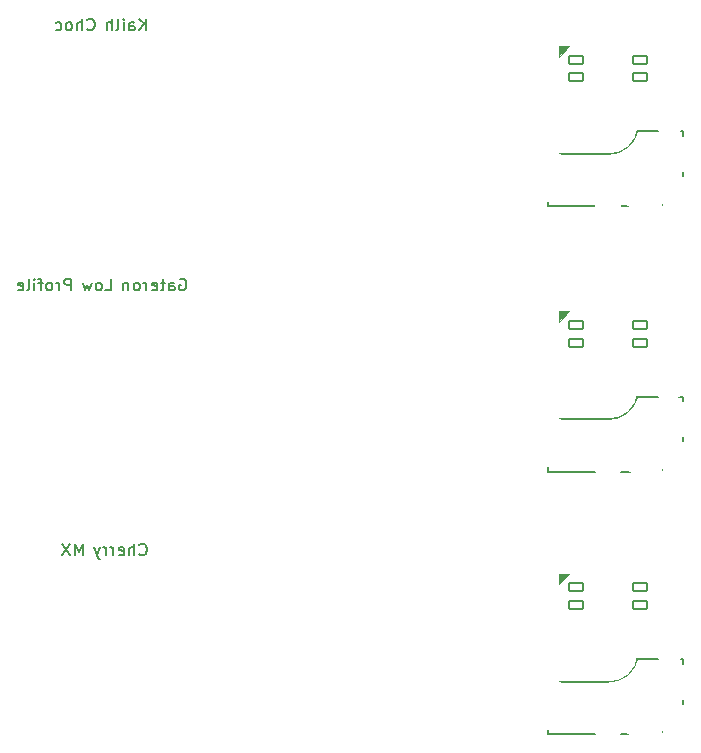
<source format=gbo>
G04 #@! TF.GenerationSoftware,KiCad,Pcbnew,(7.0.0)*
G04 #@! TF.CreationDate,2023-09-22T15:52:12-05:00*
G04 #@! TF.ProjectId,stab_tester,73746162-5f74-4657-9374-65722e6b6963,rev?*
G04 #@! TF.SameCoordinates,Original*
G04 #@! TF.FileFunction,Legend,Bot*
G04 #@! TF.FilePolarity,Positive*
%FSLAX46Y46*%
G04 Gerber Fmt 4.6, Leading zero omitted, Abs format (unit mm)*
G04 Created by KiCad (PCBNEW (7.0.0)) date 2023-09-22 15:52:12*
%MOMM*%
%LPD*%
G01*
G04 APERTURE LIST*
G04 Aperture macros list*
%AMRoundRect*
0 Rectangle with rounded corners*
0 $1 Rounding radius*
0 $2 $3 $4 $5 $6 $7 $8 $9 X,Y pos of 4 corners*
0 Add a 4 corners polygon primitive as box body*
4,1,4,$2,$3,$4,$5,$6,$7,$8,$9,$2,$3,0*
0 Add four circle primitives for the rounded corners*
1,1,$1+$1,$2,$3*
1,1,$1+$1,$4,$5*
1,1,$1+$1,$6,$7*
1,1,$1+$1,$8,$9*
0 Add four rect primitives between the rounded corners*
20,1,$1+$1,$2,$3,$4,$5,0*
20,1,$1+$1,$4,$5,$6,$7,0*
20,1,$1+$1,$6,$7,$8,$9,0*
20,1,$1+$1,$8,$9,$2,$3,0*%
G04 Aperture macros list end*
%ADD10C,0.150000*%
%ADD11C,0.100000*%
%ADD12C,1.000000*%
%ADD13C,1.701800*%
%ADD14C,3.000000*%
%ADD15C,5.000000*%
%ADD16C,0.990600*%
%ADD17R,2.600000X2.600000*%
%ADD18R,2.550000X2.500000*%
%ADD19RoundRect,0.082000X0.618000X-0.328000X0.618000X0.328000X-0.618000X0.328000X-0.618000X-0.328000X0*%
%ADD20C,3.400000*%
G04 APERTURE END LIST*
D10*
X79359226Y-94143392D02*
X79406845Y-94191011D01*
X79406845Y-94191011D02*
X79549702Y-94238630D01*
X79549702Y-94238630D02*
X79644940Y-94238630D01*
X79644940Y-94238630D02*
X79787797Y-94191011D01*
X79787797Y-94191011D02*
X79883035Y-94095773D01*
X79883035Y-94095773D02*
X79930654Y-94000535D01*
X79930654Y-94000535D02*
X79978273Y-93810059D01*
X79978273Y-93810059D02*
X79978273Y-93667202D01*
X79978273Y-93667202D02*
X79930654Y-93476726D01*
X79930654Y-93476726D02*
X79883035Y-93381488D01*
X79883035Y-93381488D02*
X79787797Y-93286250D01*
X79787797Y-93286250D02*
X79644940Y-93238630D01*
X79644940Y-93238630D02*
X79549702Y-93238630D01*
X79549702Y-93238630D02*
X79406845Y-93286250D01*
X79406845Y-93286250D02*
X79359226Y-93333869D01*
X78930654Y-94238630D02*
X78930654Y-93238630D01*
X78502083Y-94238630D02*
X78502083Y-93714821D01*
X78502083Y-93714821D02*
X78549702Y-93619583D01*
X78549702Y-93619583D02*
X78644940Y-93571964D01*
X78644940Y-93571964D02*
X78787797Y-93571964D01*
X78787797Y-93571964D02*
X78883035Y-93619583D01*
X78883035Y-93619583D02*
X78930654Y-93667202D01*
X77644940Y-94191011D02*
X77740178Y-94238630D01*
X77740178Y-94238630D02*
X77930654Y-94238630D01*
X77930654Y-94238630D02*
X78025892Y-94191011D01*
X78025892Y-94191011D02*
X78073511Y-94095773D01*
X78073511Y-94095773D02*
X78073511Y-93714821D01*
X78073511Y-93714821D02*
X78025892Y-93619583D01*
X78025892Y-93619583D02*
X77930654Y-93571964D01*
X77930654Y-93571964D02*
X77740178Y-93571964D01*
X77740178Y-93571964D02*
X77644940Y-93619583D01*
X77644940Y-93619583D02*
X77597321Y-93714821D01*
X77597321Y-93714821D02*
X77597321Y-93810059D01*
X77597321Y-93810059D02*
X78073511Y-93905297D01*
X77168749Y-94238630D02*
X77168749Y-93571964D01*
X77168749Y-93762440D02*
X77121130Y-93667202D01*
X77121130Y-93667202D02*
X77073511Y-93619583D01*
X77073511Y-93619583D02*
X76978273Y-93571964D01*
X76978273Y-93571964D02*
X76883035Y-93571964D01*
X76549701Y-94238630D02*
X76549701Y-93571964D01*
X76549701Y-93762440D02*
X76502082Y-93667202D01*
X76502082Y-93667202D02*
X76454463Y-93619583D01*
X76454463Y-93619583D02*
X76359225Y-93571964D01*
X76359225Y-93571964D02*
X76263987Y-93571964D01*
X76025891Y-93571964D02*
X75787796Y-94238630D01*
X75549701Y-93571964D02*
X75787796Y-94238630D01*
X75787796Y-94238630D02*
X75883034Y-94476726D01*
X75883034Y-94476726D02*
X75930653Y-94524345D01*
X75930653Y-94524345D02*
X76025891Y-94571964D01*
X74568748Y-94238630D02*
X74568748Y-93238630D01*
X74568748Y-93238630D02*
X74235415Y-93952916D01*
X74235415Y-93952916D02*
X73902082Y-93238630D01*
X73902082Y-93238630D02*
X73902082Y-94238630D01*
X73521129Y-93238630D02*
X72854463Y-94238630D01*
X72854463Y-93238630D02*
X73521129Y-94238630D01*
X79930654Y-49788630D02*
X79930654Y-48788630D01*
X79359226Y-49788630D02*
X79787797Y-49217202D01*
X79359226Y-48788630D02*
X79930654Y-49360059D01*
X78502083Y-49788630D02*
X78502083Y-49264821D01*
X78502083Y-49264821D02*
X78549702Y-49169583D01*
X78549702Y-49169583D02*
X78644940Y-49121964D01*
X78644940Y-49121964D02*
X78835416Y-49121964D01*
X78835416Y-49121964D02*
X78930654Y-49169583D01*
X78502083Y-49741011D02*
X78597321Y-49788630D01*
X78597321Y-49788630D02*
X78835416Y-49788630D01*
X78835416Y-49788630D02*
X78930654Y-49741011D01*
X78930654Y-49741011D02*
X78978273Y-49645773D01*
X78978273Y-49645773D02*
X78978273Y-49550535D01*
X78978273Y-49550535D02*
X78930654Y-49455297D01*
X78930654Y-49455297D02*
X78835416Y-49407678D01*
X78835416Y-49407678D02*
X78597321Y-49407678D01*
X78597321Y-49407678D02*
X78502083Y-49360059D01*
X78025892Y-49788630D02*
X78025892Y-49121964D01*
X78025892Y-48788630D02*
X78073511Y-48836250D01*
X78073511Y-48836250D02*
X78025892Y-48883869D01*
X78025892Y-48883869D02*
X77978273Y-48836250D01*
X77978273Y-48836250D02*
X78025892Y-48788630D01*
X78025892Y-48788630D02*
X78025892Y-48883869D01*
X77406845Y-49788630D02*
X77502083Y-49741011D01*
X77502083Y-49741011D02*
X77549702Y-49645773D01*
X77549702Y-49645773D02*
X77549702Y-48788630D01*
X77025892Y-49788630D02*
X77025892Y-48788630D01*
X76597321Y-49788630D02*
X76597321Y-49264821D01*
X76597321Y-49264821D02*
X76644940Y-49169583D01*
X76644940Y-49169583D02*
X76740178Y-49121964D01*
X76740178Y-49121964D02*
X76883035Y-49121964D01*
X76883035Y-49121964D02*
X76978273Y-49169583D01*
X76978273Y-49169583D02*
X77025892Y-49217202D01*
X74949702Y-49693392D02*
X74997321Y-49741011D01*
X74997321Y-49741011D02*
X75140178Y-49788630D01*
X75140178Y-49788630D02*
X75235416Y-49788630D01*
X75235416Y-49788630D02*
X75378273Y-49741011D01*
X75378273Y-49741011D02*
X75473511Y-49645773D01*
X75473511Y-49645773D02*
X75521130Y-49550535D01*
X75521130Y-49550535D02*
X75568749Y-49360059D01*
X75568749Y-49360059D02*
X75568749Y-49217202D01*
X75568749Y-49217202D02*
X75521130Y-49026726D01*
X75521130Y-49026726D02*
X75473511Y-48931488D01*
X75473511Y-48931488D02*
X75378273Y-48836250D01*
X75378273Y-48836250D02*
X75235416Y-48788630D01*
X75235416Y-48788630D02*
X75140178Y-48788630D01*
X75140178Y-48788630D02*
X74997321Y-48836250D01*
X74997321Y-48836250D02*
X74949702Y-48883869D01*
X74521130Y-49788630D02*
X74521130Y-48788630D01*
X74092559Y-49788630D02*
X74092559Y-49264821D01*
X74092559Y-49264821D02*
X74140178Y-49169583D01*
X74140178Y-49169583D02*
X74235416Y-49121964D01*
X74235416Y-49121964D02*
X74378273Y-49121964D01*
X74378273Y-49121964D02*
X74473511Y-49169583D01*
X74473511Y-49169583D02*
X74521130Y-49217202D01*
X73473511Y-49788630D02*
X73568749Y-49741011D01*
X73568749Y-49741011D02*
X73616368Y-49693392D01*
X73616368Y-49693392D02*
X73663987Y-49598154D01*
X73663987Y-49598154D02*
X73663987Y-49312440D01*
X73663987Y-49312440D02*
X73616368Y-49217202D01*
X73616368Y-49217202D02*
X73568749Y-49169583D01*
X73568749Y-49169583D02*
X73473511Y-49121964D01*
X73473511Y-49121964D02*
X73330654Y-49121964D01*
X73330654Y-49121964D02*
X73235416Y-49169583D01*
X73235416Y-49169583D02*
X73187797Y-49217202D01*
X73187797Y-49217202D02*
X73140178Y-49312440D01*
X73140178Y-49312440D02*
X73140178Y-49598154D01*
X73140178Y-49598154D02*
X73187797Y-49693392D01*
X73187797Y-49693392D02*
X73235416Y-49741011D01*
X73235416Y-49741011D02*
X73330654Y-49788630D01*
X73330654Y-49788630D02*
X73473511Y-49788630D01*
X72283035Y-49741011D02*
X72378273Y-49788630D01*
X72378273Y-49788630D02*
X72568749Y-49788630D01*
X72568749Y-49788630D02*
X72663987Y-49741011D01*
X72663987Y-49741011D02*
X72711606Y-49693392D01*
X72711606Y-49693392D02*
X72759225Y-49598154D01*
X72759225Y-49598154D02*
X72759225Y-49312440D01*
X72759225Y-49312440D02*
X72711606Y-49217202D01*
X72711606Y-49217202D02*
X72663987Y-49169583D01*
X72663987Y-49169583D02*
X72568749Y-49121964D01*
X72568749Y-49121964D02*
X72378273Y-49121964D01*
X72378273Y-49121964D02*
X72283035Y-49169583D01*
X82776191Y-70852500D02*
X82871429Y-70804880D01*
X82871429Y-70804880D02*
X83014286Y-70804880D01*
X83014286Y-70804880D02*
X83157143Y-70852500D01*
X83157143Y-70852500D02*
X83252381Y-70947738D01*
X83252381Y-70947738D02*
X83300000Y-71042976D01*
X83300000Y-71042976D02*
X83347619Y-71233452D01*
X83347619Y-71233452D02*
X83347619Y-71376309D01*
X83347619Y-71376309D02*
X83300000Y-71566785D01*
X83300000Y-71566785D02*
X83252381Y-71662023D01*
X83252381Y-71662023D02*
X83157143Y-71757261D01*
X83157143Y-71757261D02*
X83014286Y-71804880D01*
X83014286Y-71804880D02*
X82919048Y-71804880D01*
X82919048Y-71804880D02*
X82776191Y-71757261D01*
X82776191Y-71757261D02*
X82728572Y-71709642D01*
X82728572Y-71709642D02*
X82728572Y-71376309D01*
X82728572Y-71376309D02*
X82919048Y-71376309D01*
X81871429Y-71804880D02*
X81871429Y-71281071D01*
X81871429Y-71281071D02*
X81919048Y-71185833D01*
X81919048Y-71185833D02*
X82014286Y-71138214D01*
X82014286Y-71138214D02*
X82204762Y-71138214D01*
X82204762Y-71138214D02*
X82300000Y-71185833D01*
X81871429Y-71757261D02*
X81966667Y-71804880D01*
X81966667Y-71804880D02*
X82204762Y-71804880D01*
X82204762Y-71804880D02*
X82300000Y-71757261D01*
X82300000Y-71757261D02*
X82347619Y-71662023D01*
X82347619Y-71662023D02*
X82347619Y-71566785D01*
X82347619Y-71566785D02*
X82300000Y-71471547D01*
X82300000Y-71471547D02*
X82204762Y-71423928D01*
X82204762Y-71423928D02*
X81966667Y-71423928D01*
X81966667Y-71423928D02*
X81871429Y-71376309D01*
X81538095Y-71138214D02*
X81157143Y-71138214D01*
X81395238Y-70804880D02*
X81395238Y-71662023D01*
X81395238Y-71662023D02*
X81347619Y-71757261D01*
X81347619Y-71757261D02*
X81252381Y-71804880D01*
X81252381Y-71804880D02*
X81157143Y-71804880D01*
X80442857Y-71757261D02*
X80538095Y-71804880D01*
X80538095Y-71804880D02*
X80728571Y-71804880D01*
X80728571Y-71804880D02*
X80823809Y-71757261D01*
X80823809Y-71757261D02*
X80871428Y-71662023D01*
X80871428Y-71662023D02*
X80871428Y-71281071D01*
X80871428Y-71281071D02*
X80823809Y-71185833D01*
X80823809Y-71185833D02*
X80728571Y-71138214D01*
X80728571Y-71138214D02*
X80538095Y-71138214D01*
X80538095Y-71138214D02*
X80442857Y-71185833D01*
X80442857Y-71185833D02*
X80395238Y-71281071D01*
X80395238Y-71281071D02*
X80395238Y-71376309D01*
X80395238Y-71376309D02*
X80871428Y-71471547D01*
X79966666Y-71804880D02*
X79966666Y-71138214D01*
X79966666Y-71328690D02*
X79919047Y-71233452D01*
X79919047Y-71233452D02*
X79871428Y-71185833D01*
X79871428Y-71185833D02*
X79776190Y-71138214D01*
X79776190Y-71138214D02*
X79680952Y-71138214D01*
X79204761Y-71804880D02*
X79299999Y-71757261D01*
X79299999Y-71757261D02*
X79347618Y-71709642D01*
X79347618Y-71709642D02*
X79395237Y-71614404D01*
X79395237Y-71614404D02*
X79395237Y-71328690D01*
X79395237Y-71328690D02*
X79347618Y-71233452D01*
X79347618Y-71233452D02*
X79299999Y-71185833D01*
X79299999Y-71185833D02*
X79204761Y-71138214D01*
X79204761Y-71138214D02*
X79061904Y-71138214D01*
X79061904Y-71138214D02*
X78966666Y-71185833D01*
X78966666Y-71185833D02*
X78919047Y-71233452D01*
X78919047Y-71233452D02*
X78871428Y-71328690D01*
X78871428Y-71328690D02*
X78871428Y-71614404D01*
X78871428Y-71614404D02*
X78919047Y-71709642D01*
X78919047Y-71709642D02*
X78966666Y-71757261D01*
X78966666Y-71757261D02*
X79061904Y-71804880D01*
X79061904Y-71804880D02*
X79204761Y-71804880D01*
X78442856Y-71138214D02*
X78442856Y-71804880D01*
X78442856Y-71233452D02*
X78395237Y-71185833D01*
X78395237Y-71185833D02*
X78299999Y-71138214D01*
X78299999Y-71138214D02*
X78157142Y-71138214D01*
X78157142Y-71138214D02*
X78061904Y-71185833D01*
X78061904Y-71185833D02*
X78014285Y-71281071D01*
X78014285Y-71281071D02*
X78014285Y-71804880D01*
X76461904Y-71804880D02*
X76938094Y-71804880D01*
X76938094Y-71804880D02*
X76938094Y-70804880D01*
X75985713Y-71804880D02*
X76080951Y-71757261D01*
X76080951Y-71757261D02*
X76128570Y-71709642D01*
X76128570Y-71709642D02*
X76176189Y-71614404D01*
X76176189Y-71614404D02*
X76176189Y-71328690D01*
X76176189Y-71328690D02*
X76128570Y-71233452D01*
X76128570Y-71233452D02*
X76080951Y-71185833D01*
X76080951Y-71185833D02*
X75985713Y-71138214D01*
X75985713Y-71138214D02*
X75842856Y-71138214D01*
X75842856Y-71138214D02*
X75747618Y-71185833D01*
X75747618Y-71185833D02*
X75699999Y-71233452D01*
X75699999Y-71233452D02*
X75652380Y-71328690D01*
X75652380Y-71328690D02*
X75652380Y-71614404D01*
X75652380Y-71614404D02*
X75699999Y-71709642D01*
X75699999Y-71709642D02*
X75747618Y-71757261D01*
X75747618Y-71757261D02*
X75842856Y-71804880D01*
X75842856Y-71804880D02*
X75985713Y-71804880D01*
X75319046Y-71138214D02*
X75128570Y-71804880D01*
X75128570Y-71804880D02*
X74938094Y-71328690D01*
X74938094Y-71328690D02*
X74747618Y-71804880D01*
X74747618Y-71804880D02*
X74557142Y-71138214D01*
X73576189Y-71804880D02*
X73576189Y-70804880D01*
X73576189Y-70804880D02*
X73195237Y-70804880D01*
X73195237Y-70804880D02*
X73099999Y-70852500D01*
X73099999Y-70852500D02*
X73052380Y-70900119D01*
X73052380Y-70900119D02*
X73004761Y-70995357D01*
X73004761Y-70995357D02*
X73004761Y-71138214D01*
X73004761Y-71138214D02*
X73052380Y-71233452D01*
X73052380Y-71233452D02*
X73099999Y-71281071D01*
X73099999Y-71281071D02*
X73195237Y-71328690D01*
X73195237Y-71328690D02*
X73576189Y-71328690D01*
X72576189Y-71804880D02*
X72576189Y-71138214D01*
X72576189Y-71328690D02*
X72528570Y-71233452D01*
X72528570Y-71233452D02*
X72480951Y-71185833D01*
X72480951Y-71185833D02*
X72385713Y-71138214D01*
X72385713Y-71138214D02*
X72290475Y-71138214D01*
X71814284Y-71804880D02*
X71909522Y-71757261D01*
X71909522Y-71757261D02*
X71957141Y-71709642D01*
X71957141Y-71709642D02*
X72004760Y-71614404D01*
X72004760Y-71614404D02*
X72004760Y-71328690D01*
X72004760Y-71328690D02*
X71957141Y-71233452D01*
X71957141Y-71233452D02*
X71909522Y-71185833D01*
X71909522Y-71185833D02*
X71814284Y-71138214D01*
X71814284Y-71138214D02*
X71671427Y-71138214D01*
X71671427Y-71138214D02*
X71576189Y-71185833D01*
X71576189Y-71185833D02*
X71528570Y-71233452D01*
X71528570Y-71233452D02*
X71480951Y-71328690D01*
X71480951Y-71328690D02*
X71480951Y-71614404D01*
X71480951Y-71614404D02*
X71528570Y-71709642D01*
X71528570Y-71709642D02*
X71576189Y-71757261D01*
X71576189Y-71757261D02*
X71671427Y-71804880D01*
X71671427Y-71804880D02*
X71814284Y-71804880D01*
X71195236Y-71138214D02*
X70814284Y-71138214D01*
X71052379Y-71804880D02*
X71052379Y-70947738D01*
X71052379Y-70947738D02*
X71004760Y-70852500D01*
X71004760Y-70852500D02*
X70909522Y-70804880D01*
X70909522Y-70804880D02*
X70814284Y-70804880D01*
X70480950Y-71804880D02*
X70480950Y-71138214D01*
X70480950Y-70804880D02*
X70528569Y-70852500D01*
X70528569Y-70852500D02*
X70480950Y-70900119D01*
X70480950Y-70900119D02*
X70433331Y-70852500D01*
X70433331Y-70852500D02*
X70480950Y-70804880D01*
X70480950Y-70804880D02*
X70480950Y-70900119D01*
X69861903Y-71804880D02*
X69957141Y-71757261D01*
X69957141Y-71757261D02*
X70004760Y-71662023D01*
X70004760Y-71662023D02*
X70004760Y-70804880D01*
X69099998Y-71757261D02*
X69195236Y-71804880D01*
X69195236Y-71804880D02*
X69385712Y-71804880D01*
X69385712Y-71804880D02*
X69480950Y-71757261D01*
X69480950Y-71757261D02*
X69528569Y-71662023D01*
X69528569Y-71662023D02*
X69528569Y-71281071D01*
X69528569Y-71281071D02*
X69480950Y-71185833D01*
X69480950Y-71185833D02*
X69385712Y-71138214D01*
X69385712Y-71138214D02*
X69195236Y-71138214D01*
X69195236Y-71138214D02*
X69099998Y-71185833D01*
X69099998Y-71185833D02*
X69052379Y-71281071D01*
X69052379Y-71281071D02*
X69052379Y-71376309D01*
X69052379Y-71376309D02*
X69528569Y-71471547D01*
X112062500Y-85768750D02*
X112062500Y-86368750D01*
X113982500Y-82708750D02*
X119062500Y-82708750D01*
X113982500Y-83724750D02*
X113982500Y-82708750D01*
X113982500Y-87153750D02*
X113982500Y-86772750D01*
X121526662Y-80803750D02*
X123253500Y-80803750D01*
X122872500Y-87153750D02*
X113982500Y-87153750D01*
X125031500Y-80803750D02*
X125412500Y-80803750D01*
X125412500Y-81184750D02*
X125412500Y-80803750D01*
X125412500Y-84613750D02*
X125412500Y-84232750D01*
X119062500Y-82708749D02*
G75*
G03*
X121526661Y-80784790I0J2539999D01*
G01*
X122872500Y-87153750D02*
G75*
G03*
X125412500Y-84613750I0J2540000D01*
G01*
G36*
X114862500Y-74469751D02*
G01*
X114862500Y-73569751D01*
X115762500Y-73569751D01*
X114862500Y-74469751D01*
G37*
D11*
X114862500Y-74469751D02*
X114862500Y-73569751D01*
X115762500Y-73569751D01*
X114862500Y-74469751D01*
D10*
X112062500Y-107993750D02*
X112062500Y-108593750D01*
X113982500Y-104933750D02*
X119062500Y-104933750D01*
X113982500Y-105949750D02*
X113982500Y-104933750D01*
X113982500Y-109378750D02*
X113982500Y-108997750D01*
X121526662Y-103028750D02*
X123253500Y-103028750D01*
X122872500Y-109378750D02*
X113982500Y-109378750D01*
X125031500Y-103028750D02*
X125412500Y-103028750D01*
X125412500Y-103409750D02*
X125412500Y-103028750D01*
X125412500Y-106838750D02*
X125412500Y-106457750D01*
X119062500Y-104933749D02*
G75*
G03*
X121526661Y-103009790I0J2539999D01*
G01*
X122872500Y-109378750D02*
G75*
G03*
X125412500Y-106838750I0J2540000D01*
G01*
G36*
X114862500Y-96694751D02*
G01*
X114862500Y-95794751D01*
X115762500Y-95794751D01*
X114862500Y-96694751D01*
G37*
D11*
X114862500Y-96694751D02*
X114862500Y-95794751D01*
X115762500Y-95794751D01*
X114862500Y-96694751D01*
D10*
X112062500Y-63311234D02*
X112062500Y-63911234D01*
X113982500Y-60251234D02*
X119062500Y-60251234D01*
X113982500Y-61267234D02*
X113982500Y-60251234D01*
X113982500Y-64696234D02*
X113982500Y-64315234D01*
X121526662Y-58346234D02*
X123253500Y-58346234D01*
X122872500Y-64696234D02*
X113982500Y-64696234D01*
X125031500Y-58346234D02*
X125412500Y-58346234D01*
X125412500Y-58727234D02*
X125412500Y-58346234D01*
X125412500Y-62156234D02*
X125412500Y-61775234D01*
X119062500Y-60251233D02*
G75*
G03*
X121526661Y-58327274I0J2539999D01*
G01*
X122872500Y-64696234D02*
G75*
G03*
X125412500Y-62156234I0J2540000D01*
G01*
G36*
X114862500Y-52012235D02*
G01*
X114862500Y-51112235D01*
X115762500Y-51112235D01*
X114862500Y-52012235D01*
G37*
D11*
X114862500Y-52012235D02*
X114862500Y-51112235D01*
X115762500Y-51112235D01*
X114862500Y-52012235D01*
%LPC*%
D12*
X119062500Y-80168750D03*
D13*
X113562500Y-80168750D03*
X113982500Y-80168750D03*
D14*
X114062500Y-83918750D03*
X114062500Y-83968750D03*
X114662500Y-84868750D03*
X116522500Y-85248750D03*
D15*
X119062500Y-80168750D03*
D14*
X119062500Y-86068750D03*
X121662500Y-85918750D03*
X122872500Y-82708750D03*
D13*
X124142500Y-80168750D03*
D16*
X124212500Y-75168750D03*
D13*
X124562500Y-80168750D03*
D17*
X110787499Y-83968749D03*
X111387499Y-84868749D03*
D18*
X112772499Y-85248749D03*
D17*
X122337499Y-86068749D03*
X124937499Y-85918749D03*
D18*
X126622499Y-82708749D03*
D19*
X121762500Y-76219751D03*
X121762500Y-74719751D03*
X116362500Y-74719751D03*
X116362500Y-76219751D03*
D13*
X113562500Y-102393750D03*
X113982500Y-102393750D03*
D14*
X114062500Y-106143750D03*
X114062500Y-106193750D03*
X114662500Y-107093750D03*
X116522500Y-107473750D03*
D15*
X119062500Y-102393750D03*
D14*
X119062500Y-108293750D03*
X121662500Y-108143750D03*
X122872500Y-104933750D03*
D13*
X124142500Y-102393750D03*
D16*
X124212500Y-97393750D03*
D13*
X124562500Y-102393750D03*
D17*
X110787499Y-106193749D03*
X111387499Y-107093749D03*
D18*
X112772499Y-107473749D03*
D17*
X122337499Y-108293749D03*
X124937499Y-108143749D03*
D18*
X126622499Y-104933749D03*
D19*
X121762500Y-98444751D03*
X121762500Y-96944751D03*
X116362500Y-96944751D03*
X116362500Y-98444751D03*
D20*
X119062500Y-57711234D03*
D13*
X113562500Y-57711234D03*
X113982500Y-57711234D03*
D14*
X114062500Y-61461234D03*
X114062500Y-61511234D03*
X114662500Y-62411234D03*
X116522500Y-62791234D03*
D15*
X119062500Y-57711234D03*
D14*
X119062500Y-63611234D03*
X121662500Y-63461234D03*
X122872500Y-60251234D03*
D13*
X124142500Y-57711234D03*
D16*
X124212500Y-52711234D03*
D13*
X124562500Y-57711234D03*
D17*
X110787499Y-61511233D03*
X111387499Y-62411233D03*
D18*
X112772499Y-62791233D03*
D17*
X122337499Y-63611233D03*
X124937499Y-63461233D03*
D18*
X126622499Y-60251233D03*
D19*
X121762500Y-53762235D03*
X121762500Y-52262235D03*
X116362500Y-52262235D03*
X116362500Y-53762235D03*
M02*

</source>
